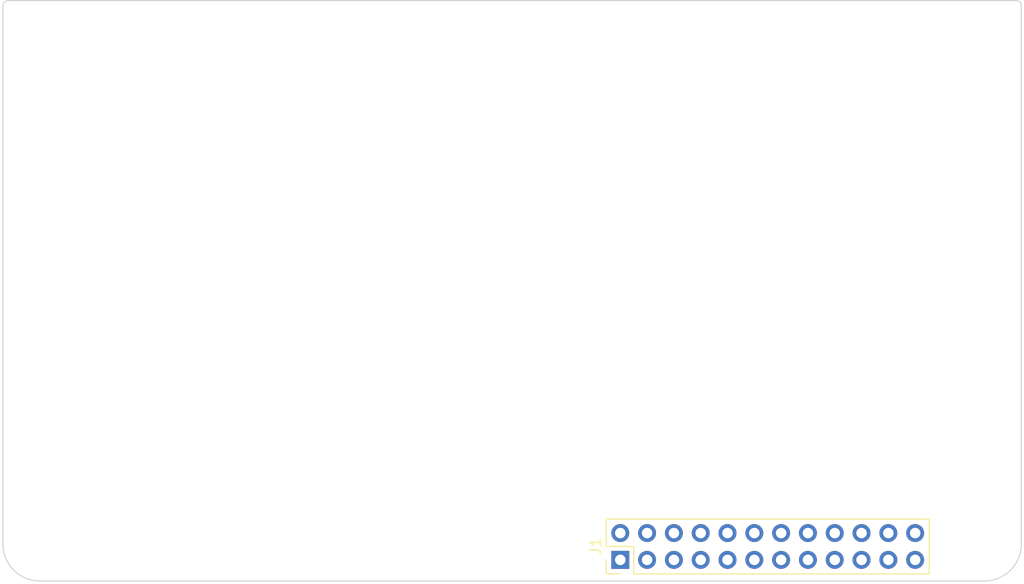
<source format=kicad_pcb>
(kicad_pcb (version 20221018) (generator pcbnew)
  (title_block (title "VERA Module template") (date "2024-02-08") (company "Copyright 2024 Jason R. Thorpe.  See LICENSE."))
  (layers (0 "F.Cu" signal) (31 "B.Cu" signal) (34 "B.Paste" user) (35 "F.Paste" user) (36 "B.SilkS" user "B.Silkscreen") (37 "F.SilkS" user "F.Silkscreen") (38 "B.Mask" user) (39 "F.Mask" user) (44 "Edge.Cuts" user))
  (net 0 "")
  (footprint "MountingHole:MountingHole_4.3mm_M4_ISO14580" (layer "F.Cu") (at 190.5 91)
    (fp_text reference "REF**" hide)
    (fp_text value "MountingHole_4.3mm_M4_ISO14580" hide)
    (pad "" np_thru_hole circle (at 0 0) (size 4.3 4.3) (drill 4.3) (layers "*.Cu" "*.Mask"))
  )
  (footprint "Connector_PinHeader_2.54mm:PinHeader_2x12_P2.54mm_Vertical" (layer "F.Cu") (at 156 124 90)
    (fp_text reference "J1" (at 1.27 -2.33 90) (layer "F.SilkS"))
    (fp_text value "PinHeader_2x12_P2.54mm_Vertical" hide)
    (fp_line (start -1.33 -1.33) (end 0 -1.33) (stroke (width 0.12)) (layer "F.SilkS"))
    (fp_line (start -1.33 0) (end -1.33 -1.33) (stroke (width 0.12)) (layer "F.SilkS"))
    (fp_line (start -1.33 1.27) (end -1.33 29.27) (stroke (width 0.12)) (layer "F.SilkS"))
    (fp_line (start -1.33 1.27) (end 1.27 1.27) (stroke (width 0.12)) (layer "F.SilkS"))
    (fp_line (start -1.33 29.27) (end 3.87 29.27) (stroke (width 0.12)) (layer "F.SilkS"))
    (fp_line (start 1.27 -1.33) (end 3.87 -1.33) (stroke (width 0.12)) (layer "F.SilkS"))
    (fp_line (start 1.27 1.27) (end 1.27 -1.33) (stroke (width 0.12)) (layer "F.SilkS"))
    (fp_line (start 3.87 -1.33) (end 3.87 29.27) (stroke (width 0.12)) (layer "F.SilkS"))
    (pad "1" thru_hole rect (at 0 0 90) (size 1.7 1.7) (drill 1) (layers "*.Cu" "*.Mask"))
    (pad "2" thru_hole oval (at 2.54 0 90) (size 1.7 1.7) (drill 1) (layers "*.Cu" "*.Mask"))
    (pad "3" thru_hole oval (at 0 2.54 90) (size 1.7 1.7) (drill 1) (layers "*.Cu" "*.Mask"))
    (pad "4" thru_hole oval (at 2.54 2.54 90) (size 1.7 1.7) (drill 1) (layers "*.Cu" "*.Mask"))
    (pad "5" thru_hole oval (at 0 5.08 90) (size 1.7 1.7) (drill 1) (layers "*.Cu" "*.Mask"))
    (pad "6" thru_hole oval (at 2.54 5.08 90) (size 1.7 1.7) (drill 1) (layers "*.Cu" "*.Mask"))
    (pad "7" thru_hole oval (at 0 7.62 90) (size 1.7 1.7) (drill 1) (layers "*.Cu" "*.Mask"))
    (pad "8" thru_hole oval (at 2.54 7.62 90) (size 1.7 1.7) (drill 1) (layers "*.Cu" "*.Mask"))
    (pad "9" thru_hole oval (at 0 10.16 90) (size 1.7 1.7) (drill 1) (layers "*.Cu" "*.Mask"))
    (pad "10" thru_hole oval (at 2.54 10.16 90) (size 1.7 1.7) (drill 1) (layers "*.Cu" "*.Mask"))
    (pad "11" thru_hole oval (at 0 12.7 90) (size 1.7 1.7) (drill 1) (layers "*.Cu" "*.Mask"))
    (pad "12" thru_hole oval (at 2.54 12.7 90) (size 1.7 1.7) (drill 1) (layers "*.Cu" "*.Mask"))
    (pad "13" thru_hole oval (at 0 15.24 90) (size 1.7 1.7) (drill 1) (layers "*.Cu" "*.Mask"))
    (pad "14" thru_hole oval (at 2.54 15.24 90) (size 1.7 1.7) (drill 1) (layers "*.Cu" "*.Mask"))
    (pad "15" thru_hole oval (at 0 17.78 90) (size 1.7 1.7) (drill 1) (layers "*.Cu" "*.Mask"))
    (pad "16" thru_hole oval (at 2.54 17.78 90) (size 1.7 1.7) (drill 1) (layers "*.Cu" "*.Mask"))
    (pad "17" thru_hole oval (at 0 20.32 90) (size 1.7 1.7) (drill 1) (layers "*.Cu" "*.Mask"))
    (pad "18" thru_hole oval (at 2.54 20.32 90) (size 1.7 1.7) (drill 1) (layers "*.Cu" "*.Mask"))
    (pad "19" thru_hole oval (at 0 22.86 90) (size 1.7 1.7) (drill 1) (layers "*.Cu" "*.Mask"))
    (pad "20" thru_hole oval (at 2.54 22.86 90) (size 1.7 1.7) (drill 1) (layers "*.Cu" "*.Mask"))
    (pad "21" thru_hole oval (at 0 25.4 90) (size 1.7 1.7) (drill 1) (layers "*.Cu" "*.Mask"))
    (pad "22" thru_hole oval (at 2.54 25.4 90) (size 1.7 1.7) (drill 1) (layers "*.Cu" "*.Mask"))
    (pad "23" thru_hole oval (at 0 27.94 90) (size 1.7 1.7) (drill 1) (layers "*.Cu" "*.Mask"))
    (pad "24" thru_hole oval (at 2.54 27.94 90) (size 1.7 1.7) (drill 1) (layers "*.Cu" "*.Mask"))
  )
  (footprint "MountingHole:MountingHole_4.3mm_M4_ISO14580" (layer "F.Cu") (at 101 101)
    (fp_text reference "REF**" hide)
    (fp_text value "MountingHole_4.3mm_M4_ISO14580" hide)
    (pad "" np_thru_hole circle (at 0 0) (size 4.3 4.3) (drill 4.3) (layers "*.Cu" "*.Mask"))
  )
  (footprint "MountingHole:MountingHole_4.3mm_M4_ISO14580" (layer "F.Cu") (at 101 122.5)
    (fp_text reference "REF**" hide)
    (fp_text value "MountingHole_4.3mm_M4_ISO14580" hide)
    (pad "" np_thru_hole circle (at 0 0) (size 4.3 4.3) (drill 4.3) (layers "*.Cu" "*.Mask"))
  )
  (footprint "MountingHole:MountingHole_4.3mm_M4_ISO14580" (layer "F.Cu") (at 190.5 122.5)
    (fp_text reference "REF**" hide)
    (fp_text value "MountingHole_4.3mm_M4_ISO14580" hide)
    (pad "" np_thru_hole circle (at 0 0) (size 4.3 4.3) (drill 4.3) (layers "*.Cu" "*.Mask"))
  )
  (gr_line (start 98 71) (end 193.5 71) (stroke (width 0.1)) (layer "Edge.Cuts"))
  (gr_arc (start 194 122.5) (mid 192.974874 124.974874) (end 190.5 126) (stroke (width 0.1)) (layer "Edge.Cuts"))
  (gr_arc (start 193.5 71) (mid 193.853553 71.146447) (end 194 71.5) (stroke (width 0.1)) (layer "Edge.Cuts"))
  (gr_arc (start 97.5 71.5) (mid 97.646447 71.146447) (end 98 71) (stroke (width 0.1)) (layer "Edge.Cuts"))
  (gr_line (start 101 126) (end 190.5 126) (stroke (width 0.1)) (layer "Edge.Cuts"))
  (gr_line (start 97.5 122.5) (end 97.5 71.5) (stroke (width 0.1)) (layer "Edge.Cuts"))
  (gr_line (start 194 71.5) (end 194 122.5) (stroke (width 0.1)) (layer "Edge.Cuts"))
  (gr_arc (start 101 126) (mid 98.525126 124.974874) (end 97.5 122.5) (stroke (width 0.1)) (layer "Edge.Cuts"))
)
</source>
